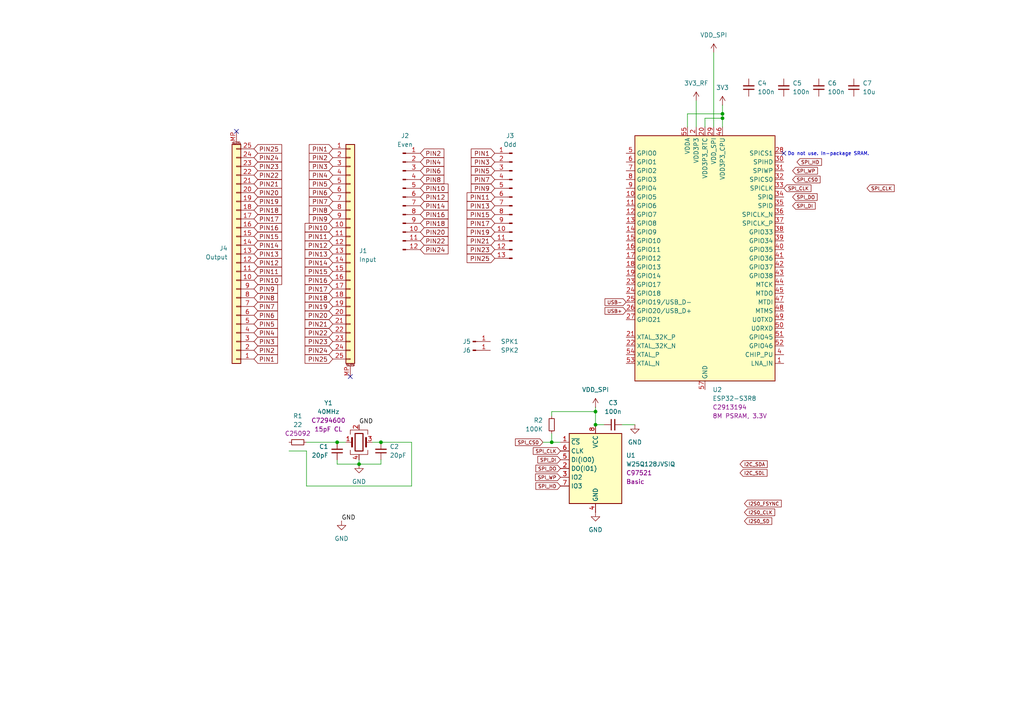
<source format=kicad_sch>
(kicad_sch (version 20231120) (generator "eeschema") (generator_version "8.0")
  (paper "A4")
  (lib_symbols
    (symbol "Connector:Conn_01x01_Pin" (pin_names (offset 1.016) hide)
      (property "Reference" "J" (at 0 2.54 0))
      (property "Value" "Conn_01x01_Pin" (at 0 -2.54 0))
      (symbol "Conn_01x01_Pin_1_1"
        (polyline (pts (xy 1.27 0) (xy 0.8636 0)) (stroke (width 0.1524)))
        (rectangle (start 0.8636 0.127) (end 0 -0.127) (stroke (width 0.1524)) (fill (type outline)))
        (pin passive line (at 5.08 0 180) (length 3.81) (name "Pin_1") (number "1"))
      )
    )
    (symbol "Connector:Conn_01x12_Pin" (pin_names (offset 1.016) hide)
      (property "Reference" "J" (at 0 15.24 0))
      (property "Value" "Conn_01x12_Pin" (at 0 -17.78 0))
      (symbol "Conn_01x12_Pin_1_1"
        (polyline (pts (xy 1.27 -15.24) (xy 0.8636 -15.24)) (stroke (width 0.1524)))
        (polyline (pts (xy 1.27 -12.7) (xy 0.8636 -12.7)) (stroke (width 0.1524)))
        (polyline (pts (xy 1.27 -10.16) (xy 0.8636 -10.16)) (stroke (width 0.1524)))
        (polyline (pts (xy 1.27 -7.62) (xy 0.8636 -7.62)) (stroke (width 0.1524)))
        (polyline (pts (xy 1.27 -5.08) (xy 0.8636 -5.08)) (stroke (width 0.1524)))
        (polyline (pts (xy 1.27 -2.54) (xy 0.8636 -2.54)) (stroke (width 0.1524)))
        (polyline (pts (xy 1.27 0) (xy 0.8636 0)) (stroke (width 0.1524)))
        (polyline (pts (xy 1.27 2.54) (xy 0.8636 2.54)) (stroke (width 0.1524)))
        (polyline (pts (xy 1.27 5.08) (xy 0.8636 5.08)) (stroke (width 0.1524)))
        (polyline (pts (xy 1.27 7.62) (xy 0.8636 7.62)) (stroke (width 0.1524)))
        (polyline (pts (xy 1.27 10.16) (xy 0.8636 10.16)) (stroke (width 0.1524)))
        (polyline (pts (xy 1.27 12.7) (xy 0.8636 12.7)) (stroke (width 0.1524)))
        (rectangle (start 0.8636 -15.113) (end 0 -15.367) (stroke (width 0.1524)) (fill (type outline)))
        (rectangle (start 0.8636 -12.573) (end 0 -12.827) (stroke (width 0.1524)) (fill (type outline)))
        (rectangle (start 0.8636 -10.033) (end 0 -10.287) (stroke (width 0.1524)) (fill (type outline)))
        (rectangle (start 0.8636 -7.493) (end 0 -7.747) (stroke (width 0.1524)) (fill (type outline)))
        (rectangle (start 0.8636 -4.953) (end 0 -5.207) (stroke (width 0.1524)) (fill (type outline)))
        (rectangle (start 0.8636 -2.413) (end 0 -2.667) (stroke (width 0.1524)) (fill (type outline)))
        (rectangle (start 0.8636 0.127) (end 0 -0.127) (stroke (width 0.1524)) (fill (type outline)))
        (rectangle (start 0.8636 2.667) (end 0 2.413) (stroke (width 0.1524)) (fill (type outline)))
        (rectangle (start 0.8636 5.207) (end 0 4.953) (stroke (width 0.1524)) (fill (type outline)))
        (rectangle (start 0.8636 7.747) (end 0 7.493) (stroke (width 0.1524)) (fill (type outline)))
        (rectangle (start 0.8636 10.287) (end 0 10.033) (stroke (width 0.1524)) (fill (type outline)))
        (rectangle (start 0.8636 12.827) (end 0 12.573) (stroke (width 0.1524)) (fill (type outline)))
        (pin passive line (at 5.08 12.7 180) (length 3.81) (name "Pin_1") (number "1"))
        (pin passive line (at 5.08 -10.16 180) (length 3.81) (name "Pin_10") (number "10"))
        (pin passive line (at 5.08 -12.7 180) (length 3.81) (name "Pin_11") (number "11"))
        (pin passive line (at 5.08 -15.24 180) (length 3.81) (name "Pin_12") (number "12"))
        (pin passive line (at 5.08 10.16 180) (length 3.81) (name "Pin_2") (number "2"))
        (pin passive line (at 5.08 7.62 180) (length 3.81) (name "Pin_3") (number "3"))
        (pin passive line (at 5.08 5.08 180) (length 3.81) (name "Pin_4") (number "4"))
        (pin passive line (at 5.08 2.54 180) (length 3.81) (name "Pin_5") (number "5"))
        (pin passive line (at 5.08 0 180) (length 3.81) (name "Pin_6") (number "6"))
        (pin passive line (at 5.08 -2.54 180) (length 3.81) (name "Pin_7") (number "7"))
        (pin passive line (at 5.08 -5.08 180) (length 3.81) (name "Pin_8") (number "8"))
        (pin passive line (at 5.08 -7.62 180) (length 3.81) (name "Pin_9") (number "9"))
      )
    )
    (symbol "Connector:Conn_01x13_Pin" (pin_names (offset 1.016) hide)
      (property "Reference" "J" (at 0 17.78 0))
      (property "Value" "Conn_01x13_Pin" (at 0 -17.78 0))
      (symbol "Conn_01x13_Pin_1_1"
        (polyline (pts (xy 1.27 -15.24) (xy 0.8636 -15.24)) (stroke (width 0.1524)))
        (polyline (pts (xy 1.27 -12.7) (xy 0.8636 -12.7)) (stroke (width 0.1524)))
        (polyline (pts (xy 1.27 -10.16) (xy 0.8636 -10.16)) (stroke (width 0.1524)))
        (polyline (pts (xy 1.27 -7.62) (xy 0.8636 -7.62)) (stroke (width 0.1524)))
        (polyline (pts (xy 1.27 -5.08) (xy 0.8636 -5.08)) (stroke (width 0.1524)))
        (polyline (pts (xy 1.27 -2.54) (xy 0.8636 -2.54)) (stroke (width 0.1524)))
        (polyline (pts (xy 1.27 0) (xy 0.8636 0)) (stroke (width 0.1524)))
        (polyline (pts (xy 1.27 2.54) (xy 0.8636 2.54)) (stroke (width 0.1524)))
        (polyline (pts (xy 1.27 5.08) (xy 0.8636 5.08)) (stroke (width 0.1524)))
        (polyline (pts (xy 1.27 7.62) (xy 0.8636 7.62)) (stroke (width 0.1524)))
        (polyline (pts (xy 1.27 10.16) (xy 0.8636 10.16)) (stroke (width 0.1524)))
        (polyline (pts (xy 1.27 12.7) (xy 0.8636 12.7)) (stroke (width 0.1524)))
        (polyline (pts (xy 1.27 15.24) (xy 0.8636 15.24)) (stroke (width 0.1524)))
        (rectangle (start 0.8636 -15.113) (end 0 -15.367) (stroke (width 0.1524)) (fill (type outline)))
        (rectangle (start 0.8636 -12.573) (end 0 -12.827) (stroke (width 0.1524)) (fill (type outline)))
        (rectangle (start 0.8636 -10.033) (end 0 -10.287) (stroke (width 0.1524)) (fill (type outline)))
        (rectangle (start 0.8636 -7.493) (end 0 -7.747) (stroke (width 0.1524)) (fill (type outline)))
        (rectangle (start 0.8636 -4.953) (end 0 -5.207) (stroke (width 0.1524)) (fill (type outline)))
        (rectangle (start 0.8636 -2.413) (end 0 -2.667) (stroke (width 0.1524)) (fill (type outline)))
        (rectangle (start 0.8636 0.127) (end 0 -0.127) (stroke (width 0.1524)) (fill (type outline)))
        (rectangle (start 0.8636 2.667) (end 0 2.413) (stroke (width 0.1524)) (fill (type outline)))
        (rectangle (start 0.8636 5.207) (end 0 4.953) (stroke (width 0.1524)) (fill (type outline)))
        (rectangle (start 0.8636 7.747) (end 0 7.493) (stroke (width 0.1524)) (fill (type outline)))
        (rectangle (start 0.8636 10.287) (end 0 10.033) (stroke (width 0.1524)) (fill (type outline)))
        (rectangle (start 0.8636 12.827) (end 0 12.573) (stroke (width 0.1524)) (fill (type outline)))
        (rectangle (start 0.8636 15.367) (end 0 15.113) (stroke (width 0.1524)) (fill (type outline)))
        (pin passive line (at 5.08 15.24 180) (length 3.81) (name "Pin_1") (number "1"))
        (pin passive line (at 5.08 -7.62 180) (length 3.81) (name "Pin_10") (number "10"))
        (pin passive line (at 5.08 -10.16 180) (length 3.81) (name "Pin_11") (number "11"))
        (pin passive line (at 5.08 -12.7 180) (length 3.81) (name "Pin_12") (number "12"))
        (pin passive line (at 5.08 -15.24 180) (length 3.81) (name "Pin_13") (number "13"))
        (pin passive line (at 5.08 12.7 180) (length 3.81) (name "Pin_2") (number "2"))
        (pin passive line (at 5.08 10.16 180) (length 3.81) (name "Pin_3") (number "3"))
        (pin passive line (at 5.08 7.62 180) (length 3.81) (name "Pin_4") (number "4"))
        (pin passive line (at 5.08 5.08 180) (length 3.81) (name "Pin_5") (number "5"))
        (pin passive line (at 5.08 2.54 180) (length 3.81) (name "Pin_6") (number "6"))
        (pin passive line (at 5.08 0 180) (length 3.81) (name "Pin_7") (number "7"))
        (pin passive line (at 5.08 -2.54 180) (length 3.81) (name "Pin_8") (number "8"))
        (pin passive line (at 5.08 -5.08 180) (length 3.81) (name "Pin_9") (number "9"))
      )
    )
    (symbol "Connector_Generic_MountingPin:Conn_01x25_MountingPin" (pin_names (offset 1.016) hide)
      (property "Reference" "J" (at 0 33.02 0))
      (property "Value" "Conn_01x25_MountingPin" (at 1.27 -33.02 0))
      (symbol "Conn_01x25_MountingPin_1_1"
        (rectangle (start -1.27 -30.353) (end 0 -30.607) (stroke (width 0.1524)))
        (rectangle (start -1.27 -27.813) (end 0 -28.067) (stroke (width 0.1524)))
        (rectangle (start -1.27 -25.273) (end 0 -25.527) (stroke (width 0.1524)))
        (rectangle (start -1.27 -22.733) (end 0 -22.987) (stroke (width 0.1524)))
        (rectangle (start -1.27 -20.193) (end 0 -20.447) (stroke (width 0.1524)))
        (rectangle (start -1.27 -17.653) (end 0 -17.907) (stroke (width 0.1524)))
        (rectangle (start -1.27 -15.113) (end 0 -15.367) (stroke (width 0.1524)))
        (rectangle (start -1.27 -12.573) (end 0 -12.827) (stroke (width 0.1524)))
        (rectangle (start -1.27 -10.033) (end 0 -10.287) (stroke (width 0.1524)))
        (rectangle (start -1.27 -7.493) (end 0 -7.747) (stroke (width 0.1524)))
        (rectangle (start -1.27 -4.953) (end 0 -5.207) (stroke (width 0.1524)))
        (rectangle (start -1.27 -2.413) (end 0 -2.667) (stroke (width 0.1524)))
        (rectangle (start -1.27 0.127) (end 0 -0.127) (stroke (width 0.1524)))
        (rectangle (start -1.27 2.667) (end 0 2.413) (stroke (width 0.1524)))
        (rectangle (start -1.27 5.207) (end 0 4.953) (stroke (width 0.1524)))
        (rectangle (start -1.27 7.747) (end 0 7.493) (stroke (width 0.1524)))
        (rectangle (start -1.27 10.287) (end 0 10.033) (stroke (width 0.1524)))
        (rectangle (start -1.27 12.827) (end 0 12.573) (stroke (width 0.1524)))
        (rectangle (start -1.27 15.367) (end 0 15.113) (stroke (width 0.1524)))
        (rectangle (start -1.27 17.907) (end 0 17.653) (stroke (width 0.1524)))
        (rectangle (start -1.27 20.447) (end 0 20.193) (stroke (width 0.1524)))
        (rectangle (start -1.27 22.987) (end 0 22.733) (stroke (width 0.1524)))
        (rectangle (start -1.27 25.527) (end 0 25.273) (stroke (width 0.1524)))
        (rectangle (start -1.27 28.067) (end 0 27.813) (stroke (width 0.1524)))
        (rectangle (start -1.27 30.607) (end 0 30.353) (stroke (width 0.1524)))
        (rectangle (start -1.27 31.75) (end 1.27 -31.75) (stroke (width 0.254)) (fill (type background)))
        (polyline (pts (xy -1.016 -32.512) (xy 1.016 -32.512)) (stroke (width 0.1524)))
        (text "Mounting" (at 0 -32.131 0) (effects (font (size 0.381 0.381))))
        (pin passive line (at -5.08 30.48 0) (length 3.81) (name "Pin_1") (number "1"))
        (pin passive line (at -5.08 7.62 0) (length 3.81) (name "Pin_10") (number "10"))
        (pin passive line (at -5.08 5.08 0) (length 3.81) (name "Pin_11") (number "11"))
        (pin passive line (at -5.08 2.54 0) (length 3.81) (name "Pin_12") (number "12"))
        (pin passive line (at -5.08 0 0) (length 3.81) (name "Pin_13") (number "13"))
        (pin passive line (at -5.08 -2.54 0) (length 3.81) (name "Pin_14") (number "14"))
        (pin passive line (at -5.08 -5.08 0) (length 3.81) (name "Pin_15") (number "15"))
        (pin passive line (at -5.08 -7.62 0) (length 3.81) (name "Pin_16") (number "16"))
        (pin passive line (at -5.08 -10.16 0) (length 3.81) (name "Pin_17") (number "17"))
        (pin passive line (at -5.08 -12.7 0) (length 3.81) (name "Pin_18") (number "18"))
        (pin passive line (at -5.08 -15.24 0) (length 3.81) (name "Pin_19") (number "19"))
        (pin passive line (at -5.08 27.94 0) (length 3.81) (name "Pin_2") (number "2"))
        (pin passive line (at -5.08 -17.78 0) (length 3.81) (name "Pin_20") (number "20"))
        (pin passive line (at -5.08 -20.32 0) (length 3.81) (name "Pin_21") (number "21"))
        (pin passive line (at -5.08 -22.86 0) (length 3.81) (name "Pin_22") (number "22"))
        (pin passive line (at -5.08 -25.4 0) (length 3.81) (name "Pin_23") (number "23"))
        (pin passive line (at -5.08 -27.94 0) (length 3.81) (name "Pin_24") (number "24"))
        (pin passive line (at -5.08 -30.48 0) (length 3.81) (name "Pin_25") (number "25"))
        (pin passive line (at -5.08 25.4 0) (length 3.81) (name "Pin_3") (number "3"))
        (pin passive line (at -5.08 22.86 0) (length 3.81) (name "Pin_4") (number "4"))
        (pin passive line (at -5.08 20.32 0) (length 3.81) (name "Pin_5") (number "5"))
        (pin passive line (at -5.08 17.78 0) (length 3.81) (name "Pin_6") (number "6"))
        (pin passive line (at -5.08 15.24 0) (length 3.81) (name "Pin_7") (number "7"))
        (pin passive line (at -5.08 12.7 0) (length 3.81) (name "Pin_8") (number "8"))
        (pin passive line (at -5.08 10.16 0) (length 3.81) (name "Pin_9") (number "9"))
        (pin passive line (at 0 -35.56 90) (length 3.048) (name "MountPin") (number "MP"))
      )
    )
    (symbol "Device:C_Small" (pin_numbers hide) (pin_names (offset 0.254) hide)
      (property "Reference" "C" (at 0.254 1.778 0))
      (property "Value" "C_Small" (at 0.254 -2.032 0))
      (symbol "C_Small_0_1"
        (polyline (pts (xy -1.524 -0.508) (xy 1.524 -0.508)) (stroke (width 0.3302)))
        (polyline (pts (xy -1.524 0.508) (xy 1.524 0.508)) (stroke (width 0.3048)))
      )
      (symbol "C_Small_1_1"
        (pin passive line (at 0 2.54 270) (length 2.032) (name "~") (number "1"))
        (pin passive line (at 0 -2.54 90) (length 2.032) (name "~") (number "2"))
      )
    )
    (symbol "Device:Crystal_GND24" (pin_names (offset 1.016) hide)
      (property "Reference" "Y" (at 3.175 5.08 0))
      (property "Value" "Crystal_GND24" (at 3.175 3.175 0))
      (symbol "Crystal_GND24_0_1"
        (rectangle (start -1.143 2.54) (end 1.143 -2.54) (stroke (width 0.3048)))
        (polyline (pts (xy -2.54 0) (xy -2.032 0)))
        (polyline (pts (xy -2.032 -1.27) (xy -2.032 1.27)) (stroke (width 0.508)))
        (polyline (pts (xy 0 -3.81) (xy 0 -3.556)))
        (polyline (pts (xy 0 3.556) (xy 0 3.81)))
        (polyline (pts (xy 2.032 -1.27) (xy 2.032 1.27)) (stroke (width 0.508)))
        (polyline (pts (xy 2.032 0) (xy 2.54 0)))
        (polyline (pts (xy -2.54 -2.286) (xy -2.54 -3.556) (xy 2.54 -3.556) (xy 2.54 -2.286)))
        (polyline (pts (xy -2.54 2.286) (xy -2.54 3.556) (xy 2.54 3.556) (xy 2.54 2.286)))
      )
      (symbol "Crystal_GND24_1_1"
        (pin passive line (at -3.81 0 0) (length 1.27) (name "1") (number "1"))
        (pin passive line (at 0 5.08 270) (length 1.27) (name "2") (number "2"))
        (pin passive line (at 3.81 0 180) (length 1.27) (name "3") (number "3"))
        (pin passive line (at 0 -5.08 90) (length 1.27) (name "4") (number "4"))
      )
    )
    (symbol "Device:R_Small" (pin_numbers hide) (pin_names (offset 0.254) hide)
      (property "Reference" "R" (at 0.762 0.508 0))
      (property "Value" "R_Small" (at 0.762 -1.016 0))
      (symbol "R_Small_0_1"
        (rectangle (start -0.762 1.778) (end 0.762 -1.778) (stroke (width 0.2032)))
      )
      (symbol "R_Small_1_1"
        (pin passive line (at 0 2.54 270) (length 0.762) (name "~") (number "1"))
        (pin passive line (at 0 -2.54 90) (length 0.762) (name "~") (number "2"))
      )
    )
    (symbol "MCU_Espressif:ESP32-S3"
      (property "Reference" "U" (at 10.16 -38.1 0))
      (property "Value" "ESP32-S3" (at 13.97 -40.64 0))
      (symbol "ESP32-S3_0_1"
        (rectangle (start -20.32 35.56) (end 20.32 -35.56) (stroke (width 0.254)) (fill (type background)))
      )
      (symbol "ESP32-S3_1_0"
        (pin bidirectional line (at 22.86 12.7 180) (length 2.54) (name "SPICLK_N") (number "36"))
        (pin bidirectional line (at 22.86 -10.16 180) (length 2.54) (name "MTDO") (number "45"))
        (pin bidirectional line (at 22.86 -22.86 180) (length 2.54) (name "GPIO45") (number "51"))
        (pin passive line (at -5.08 38.1 270) (length 2.54) hide (name "VDDA") (number "56"))
      )
      (symbol "ESP32-S3_1_1"
        (pin bidirectional line (at 22.86 -30.48 180) (length 2.54) (name "LNA_IN") (number "1"))
        (pin bidirectional line (at -22.86 17.78 0) (length 2.54) (name "GPIO5") (number "10"))
        (pin bidirectional line (at -22.86 15.24 0) (length 2.54) (name "GPIO6") (number "11"))
        (pin bidirectional line (at -22.86 12.7 0) (length 2.54) (name "GPIO7") (number "12"))
        (pin bidirectional line (at -22.86 10.16 0) (length 2.54) (name "GPIO8") (number "13"))
        (pin bidirectional line (at -22.86 7.62 0) (length 2.54) (name "GPIO9") (number "14"))
        (pin bidirectional line (at -22.86 5.08 0) (length 2.54) (name "GPIO10") (number "15"))
        (pin bidirectional line (at -22.86 2.54 0) (length 2.54) (name "GPIO11") (number "16"))
        (pin bidirectional line (at -22.86 0 0) (length 2.54) (name "GPIO12") (number "17"))
        (pin bidirectional line (at -22.86 -2.54 0) (length 2.54) (name "GPIO13") (number "18"))
        (pin bidirectional line (at -22.86 -5.08 0) (length 2.54) (name "GPIO14") (number "19"))
        (pin power_in line (at -2.54 38.1 270) (length 2.54) (name "VDD3P3") (number "2"))
        (pin power_in line (at 0 38.1 270) (length 2.54) (name "VDD3P3_RTC") (number "20"))
        (pin passive line (at -22.86 -22.86 0) (length 2.54) (name "XTAL_32K_P") (number "21"))
        (pin passive line (at -22.86 -25.4 0) (length 2.54) (name "XTAL_32K_N") (number "22"))
        (pin bidirectional line (at -22.86 -7.62 0) (length 2.54) (name "GPIO17") (number "23"))
        (pin bidirectional line (at -22.86 -10.16 0) (length 2.54) (name "GPIO18") (number "24"))
        (pin bidirectional line (at -22.86 -12.7 0) (length 2.54) (name "GPIO19/USB_D-") (number "25"))
        (pin bidirectional line (at -22.86 -15.24 0) (length 2.54) (name "GPIO20/USB_D+") (number "26"))
        (pin bidirectional line (at -22.86 -17.78 0) (length 2.54) (name "GPIO21") (number "27"))
        (pin bidirectional line (at 22.86 30.48 180) (length 2.54) (name "SPICS1") (number "28"))
        (pin power_in line (at 2.54 38.1 270) (length 2.54) (name "VDD_SPI") (number "29"))
        (pin passive line (at -2.54 38.1 270) (length 2.54) hide (name "VDD3P3") (number "3"))
        (pin bidirectional line (at 22.86 27.94 180) (length 2.54) (name "SPIHD") (number "30"))
        (pin bidirectional line (at 22.86 25.4 180) (length 2.54) (name "SPIWP") (number "31"))
        (pin bidirectional line (at 22.86 22.86 180) (length 2.54) (name "SPICS0") (number "32"))
        (pin bidirectional line (at 22.86 20.32 180) (length 2.54) (name "SPICLK") (number "33"))
        (pin bidirectional line (at 22.86 17.78 180) (length 2.54) (name "SPIQ") (number "34"))
        (pin bidirectional line (at 22.86 15.24 180) (length 2.54) (name "SPID") (number "35"))
        (pin bidirectional line (at 22.86 10.16 180) (length 2.54) (name "SPICLK_P") (number "37"))
        (pin bidirectional line (at 22.86 7.62 180) (length 2.54) (name "GPIO33") (number "38"))
        (pin bidirectional line (at 22.86 5.08 180) (length 2.54) (name "GPIO34") (number "39"))
        (pin input line (at 22.86 -27.94 180) (length 2.54) (name "CHIP_PU") (number "4"))
        (pin bidirectional line (at 22.86 2.54 180) (length 2.54) (name "GPIO35") (number "40"))
        (pin bidirectional line (at 22.86 0 180) (length 2.54) (name "GPIO36") (number "41"))
        (pin bidirectional line (at 22.86 -2.54 180) (length 2.54) (name "GPIO37") (number "42"))
        (pin bidirectional line (at 22.86 -5.08 180) (length 2.54) (name "GPIO38") (number "43"))
        (pin bidirectional line (at 22.86 -7.62 180) (length 2.54) (name "MTCK") (number "44"))
        (pin power_in line (at 5.08 38.1 270) (length 2.54) (name "VDD3P3_CPU") (number "46"))
        (pin bidirectional line (at 22.86 -12.7 180) (length 2.54) (name "MTDI") (number "47"))
        (pin bidirectional line (at 22.86 -15.24 180) (length 2.54) (name "MTMS") (number "48"))
        (pin bidirectional line (at 22.86 -17.78 180) (length 2.54) (name "U0TXD") (number "49"))
        (pin bidirectional line (at -22.86 30.48 0) (length 2.54) (name "GPIO0") (number "5"))
        (pin bidirectional line (at 22.86 -20.32 180) (length 2.54) (name "U0RXD") (number "50"))
        (pin bidirectional line (at 22.86 -25.4 180) (length 2.54) (name "GPIO46") (number "52"))
        (pin output line (at -22.86 -30.48 0) (length 2.54) (name "XTAL_N") (number "53"))
        (pin input line (at -22.86 -27.94 0) (length 2.54) (name "XTAL_P") (number "54"))
        (pin power_in line (at -5.08 38.1 270) (length 2.54) (name "VDDA") (number "55"))
        (pin power_in line (at 0 -38.1 90) (length 2.54) (name "GND") (number "57"))
        (pin bidirectional line (at -22.86 27.94 0) (length 2.54) (name "GPIO1") (number "6"))
        (pin bidirectional line (at -22.86 25.4 0) (length 2.54) (name "GPIO2") (number "7"))
        (pin bidirectional line (at -22.86 22.86 0) (length 2.54) (name "GPIO3") (number "8"))
        (pin bidirectional line (at -22.86 20.32 0) (length 2.54) (name "GPIO4") (number "9"))
      )
    )
    (symbol "Memory_Flash:W25Q128JVS"
      (property "Reference" "U" (at -8.89 8.89 0))
      (property "Value" "W25Q128JVS" (at 7.62 8.89 0))
      (symbol "W25Q128JVS_0_1"
        (rectangle (start -7.62 10.16) (end 7.62 -10.16) (stroke (width 0.254)) (fill (type background)))
      )
      (symbol "W25Q128JVS_1_1"
        (pin input line (at -10.16 7.62 0) (length 2.54) (name "~{CS}") (number "1"))
        (pin bidirectional line (at -10.16 0 0) (length 2.54) (name "DO(IO1)") (number "2"))
        (pin bidirectional line (at -10.16 -2.54 0) (length 2.54) (name "IO2") (number "3"))
        (pin power_in line (at 0 -12.7 90) (length 2.54) (name "GND") (number "4"))
        (pin bidirectional line (at -10.16 2.54 0) (length 2.54) (name "DI(IO0)") (number "5"))
        (pin input line (at -10.16 5.08 0) (length 2.54) (name "CLK") (number "6"))
        (pin bidirectional line (at -10.16 -5.08 0) (length 2.54) (name "IO3") (number "7"))
        (pin power_in line (at 0 12.7 270) (length 2.54) (name "VCC") (number "8"))
      )
    )
    (symbol "power:GND" (power) (pin_numbers hide) (pin_names (offset 0) hide)
      (property "Value" "GND" (at 0 -3.81 0))
      (symbol "GND_0_1"
        (polyline (pts (xy 0 0) (xy 0 -1.27) (xy 1.27 -1.27) (xy 0 -2.54) (xy -1.27 -1.27) (xy 0 -1.27)))
      )
      (symbol "GND_1_1"
        (pin power_in line (at 0 0 270) (length 0) (name "~") (number "1"))
      )
    )
    (symbol "power:VDD" (power) (pin_numbers hide) (pin_names (offset 0) hide)
      (property "Value" "VDD" (at 0 3.556 0))
      (symbol "VDD_0_1"
        (polyline (pts (xy -0.762 1.27) (xy 0 2.54)))
        (polyline (pts (xy 0 0) (xy 0 2.54)))
        (polyline (pts (xy 0 2.54) (xy 0.762 1.27)))
      )
      (symbol "VDD_1_1"
        (pin power_in line (at 0 0 90) (length 0) (name "~") (number "1"))
      )
    )
  )
  (junction (at 104.14 134.62))
  (junction (at 209.55 33.02))
  (junction (at 209.55 34.29))
  (junction (at 97.79 128.27))
  (junction (at 172.72 119.38))
  (junction (at 160.02 128.27))
  (junction (at 110.49 128.27))
  (junction (at 172.72 123.19))
  (no_connect (at 227.33 44.45))
  (no_connect (at 101.6 109.22))
  (no_connect (at 68.58 38.1))
  (wire (pts (xy 160.02 119.38) (xy 160.02 120.65)))
  (wire (pts (xy 160.02 125.73) (xy 160.02 128.27)))
  (wire (pts (xy 97.79 134.62) (xy 104.14 134.62)))
  (wire (pts (xy 209.55 33.02) (xy 209.55 34.29)))
  (wire (pts (xy 172.72 119.38) (xy 172.72 123.19)))
  (wire (pts (xy 119.38 140.97) (xy 88.9 140.97)))
  (wire (pts (xy 110.49 128.27) (xy 119.38 128.27)))
  (wire (pts (xy 180.34 123.19) (xy 184.15 123.19)))
  (wire (pts (xy 104.14 134.62) (xy 110.49 134.62)))
  (wire (pts (xy 160.02 128.27) (xy 162.56 128.27)))
  (wire (pts (xy 204.47 34.29) (xy 209.55 34.29)))
  (wire (pts (xy 97.79 133.35) (xy 97.79 134.62)))
  (wire (pts (xy 107.95 128.27) (xy 110.49 128.27)))
  (wire (pts (xy 160.02 119.38) (xy 172.72 119.38)))
  (wire (pts (xy 201.93 29.21) (xy 201.93 36.83)))
  (wire (pts (xy 207.01 15.24) (xy 207.01 36.83)))
  (wire (pts (xy 88.9 140.97) (xy 88.9 130.81)))
  (wire (pts (xy 172.72 123.19) (xy 175.26 123.19)))
  (wire (pts (xy 199.39 33.02) (xy 209.55 33.02)))
  (wire (pts (xy 209.55 30.48) (xy 209.55 33.02)))
  (wire (pts (xy 172.72 118.11) (xy 172.72 119.38)))
  (wire (pts (xy 104.14 133.35) (xy 104.14 134.62)))
  (wire (pts (xy 88.9 128.27) (xy 97.79 128.27)))
  (wire (pts (xy 204.47 36.83) (xy 204.47 34.29)))
  (wire (pts (xy 97.79 128.27) (xy 100.33 128.27)))
  (wire (pts (xy 83.82 130.81) (xy 88.9 130.81)))
  (wire (pts (xy 199.39 36.83) (xy 199.39 33.02)))
  (wire (pts (xy 110.49 133.35) (xy 110.49 134.62)))
  (wire (pts (xy 119.38 128.27) (xy 119.38 140.97)))
  (wire (pts (xy 209.55 34.29) (xy 209.55 36.83)))
  (wire (pts (xy 157.48 128.27) (xy 160.02 128.27)))
  (text "Do not use. In-package SRAM." (at 240.284 44.704 0) (effects (font (size 1 1))))
  (label "GND" (at 104.14 123.19 0))
  (label "GND" (at 99.06 151.13 0))
  (global_label "PIN9" (shape input) (at 96.52 63.5 180) (property "Intersheetrefs" "${INTERSHEET_REFS}" (effects (hide yes))))
  (global_label "PIN11" (shape input) (at 143.51 57.15 180) (property "Intersheetrefs" "${INTERSHEET_REFS}" (effects (hide yes))))
  (global_label "PIN25" (shape input) (at 73.66 43.18 0) (property "Intersheetrefs" "${INTERSHEET_REFS}" (effects (hide yes))))
  (global_label "PIN8" (shape input) (at 121.92 52.07 0) (property "Intersheetrefs" "${INTERSHEET_REFS}" (effects (hide yes))))
  (global_label "SPI_HD" (shape input) (at 162.56 140.97 180) (effects (font (size 1 1))) (property "Intersheetrefs" "${INTERSHEET_REFS}" (effects (hide yes))))
  (global_label "PIN14" (shape input) (at 121.92 59.69 0) (property "Intersheetrefs" "${INTERSHEET_REFS}" (effects (hide yes))))
  (global_label "PIN7" (shape input) (at 73.66 88.9 0) (property "Intersheetrefs" "${INTERSHEET_REFS}" (effects (hide yes))))
  (global_label "PIN11" (shape input) (at 73.66 78.74 0) (property "Intersheetrefs" "${INTERSHEET_REFS}" (effects (hide yes))))
  (global_label "PIN24" (shape input) (at 96.52 101.6 180) (property "Intersheetrefs" "${INTERSHEET_REFS}" (effects (hide yes))))
  (global_label "PIN5" (shape input) (at 96.52 53.34 180) (property "Intersheetrefs" "${INTERSHEET_REFS}" (effects (hide yes))))
  (global_label "PIN11" (shape input) (at 96.52 68.58 180) (property "Intersheetrefs" "${INTERSHEET_REFS}" (effects (hide yes))))
  (global_label "PIN10" (shape input) (at 121.92 54.61 0) (property "Intersheetrefs" "${INTERSHEET_REFS}" (effects (hide yes))))
  (global_label "PIN16" (shape input) (at 121.92 62.23 0) (property "Intersheetrefs" "${INTERSHEET_REFS}" (effects (hide yes))))
  (global_label "PIN18" (shape input) (at 121.92 64.77 0) (property "Intersheetrefs" "${INTERSHEET_REFS}" (effects (hide yes))))
  (global_label "PIN14" (shape input) (at 96.52 76.2 180) (property "Intersheetrefs" "${INTERSHEET_REFS}" (effects (hide yes))))
  (global_label "PIN5" (shape input) (at 143.51 49.53 180) (property "Intersheetrefs" "${INTERSHEET_REFS}" (effects (hide yes))))
  (global_label "PIN3" (shape input) (at 96.52 48.26 180) (property "Intersheetrefs" "${INTERSHEET_REFS}" (effects (hide yes))))
  (global_label "PIN20" (shape input) (at 121.92 67.31 0) (property "Intersheetrefs" "${INTERSHEET_REFS}" (effects (hide yes))))
  (global_label "SPI_DI" (shape input) (at 162.56 133.35 180) (effects (font (size 1 1))) (property "Intersheetrefs" "${INTERSHEET_REFS}" (effects (hide yes))))
  (global_label "PIN23" (shape input) (at 143.51 72.39 180) (property "Intersheetrefs" "${INTERSHEET_REFS}" (effects (hide yes))))
  (global_label "PIN12" (shape input) (at 96.52 71.12 180) (property "Intersheetrefs" "${INTERSHEET_REFS}" (effects (hide yes))))
  (global_label "PIN8" (shape input) (at 73.66 86.36 0) (property "Intersheetrefs" "${INTERSHEET_REFS}" (effects (hide yes))))
  (global_label "SPI_HD" (shape input) (at 231.14 46.99 0) (effects (font (size 1 1))) (property "Intersheetrefs" "${INTERSHEET_REFS}" (effects (hide yes))))
  (global_label "PIN13" (shape input) (at 73.66 73.66 0) (property "Intersheetrefs" "${INTERSHEET_REFS}" (effects (hide yes))))
  (global_label "SPI_WP" (shape input) (at 162.56 138.43 180) (effects (font (size 1 1))) (property "Intersheetrefs" "${INTERSHEET_REFS}" (effects (hide yes))))
  (global_label "I2C_SDA" (shape input) (at 214.63 134.62 0) (effects (font (size 1 1))) (property "Intersheetrefs" "${INTERSHEET_REFS}" (effects (hide yes))))
  (global_label "PIN21" (shape input) (at 96.52 93.98 180) (property "Intersheetrefs" "${INTERSHEET_REFS}" (effects (hide yes))))
  (global_label "PIN15" (shape input) (at 73.66 68.58 0) (property "Intersheetrefs" "${INTERSHEET_REFS}" (effects (hide yes))))
  (global_label "PIN8" (shape input) (at 96.52 60.96 180) (property "Intersheetrefs" "${INTERSHEET_REFS}" (effects (hide yes))))
  (global_label "PIN7" (shape input) (at 96.52 58.42 180) (property "Intersheetrefs" "${INTERSHEET_REFS}" (effects (hide yes))))
  (global_label "SPI_CLK" (shape input) (at 162.56 130.81 180) (effects (font (size 1 1))) (property "Intersheetrefs" "${INTERSHEET_REFS}" (effects (hide yes))))
  (global_label "PIN4" (shape input) (at 121.92 46.99 0) (property "Intersheetrefs" "${INTERSHEET_REFS}" (effects (hide yes))))
  (global_label "PIN6" (shape input) (at 121.92 49.53 0) (property "Intersheetrefs" "${INTERSHEET_REFS}" (effects (hide yes))))
  (global_label "I2C_SDL" (shape input) (at 214.63 137.16 0) (effects (font (size 1 1))) (property "Intersheetrefs" "${INTERSHEET_REFS}" (effects (hide yes))))
  (global_label "I2S0_CLK" (shape input) (at 215.9 148.59 0) (effects (font (size 1 1))) (property "Intersheetrefs" "${INTERSHEET_REFS}" (effects (hide yes))))
  (global_label "PIN20" (shape input) (at 96.52 91.44 180) (property "Intersheetrefs" "${INTERSHEET_REFS}" (effects (hide yes))))
  (global_label "PIN2" (shape input) (at 73.66 101.6 0) (property "Intersheetrefs" "${INTERSHEET_REFS}" (effects (hide yes))))
  (global_label "PIN4" (shape input) (at 73.66 96.52 0) (property "Intersheetrefs" "${INTERSHEET_REFS}" (effects (hide yes))))
  (global_label "PIN25" (shape input) (at 143.51 74.93 180) (property "Intersheetrefs" "${INTERSHEET_REFS}" (effects (hide yes))))
  (global_label "PIN6" (shape input) (at 96.52 55.88 180) (property "Intersheetrefs" "${INTERSHEET_REFS}" (effects (hide yes))))
  (global_label "PIN7" (shape input) (at 143.51 52.07 180) (property "Intersheetrefs" "${INTERSHEET_REFS}" (effects (hide yes))))
  (global_label "I2S0_SD" (shape input) (at 215.9 151.13 0) (effects (font (size 1 1))) (property "Intersheetrefs" "${INTERSHEET_REFS}" (effects (hide yes))))
  (global_label "PIN4" (shape input) (at 96.52 50.8 180) (property "Intersheetrefs" "${INTERSHEET_REFS}" (effects (hide yes))))
  (global_label "PIN17" (shape input) (at 73.66 63.5 0) (property "Intersheetrefs" "${INTERSHEET_REFS}" (effects (hide yes))))
  (global_label "PIN20" (shape input) (at 73.66 55.88 0) (property "Intersheetrefs" "${INTERSHEET_REFS}" (effects (hide yes))))
  (global_label "PIN24" (shape input) (at 73.66 45.72 0) (property "Intersheetrefs" "${INTERSHEET_REFS}" (effects (hide yes))))
  (global_label "PIN6" (shape input) (at 73.66 91.44 0) (property "Intersheetrefs" "${INTERSHEET_REFS}" (effects (hide yes))))
  (global_label "PIN23" (shape input) (at 96.52 99.06 180) (property "Intersheetrefs" "${INTERSHEET_REFS}" (effects (hide yes))))
  (global_label "PIN12" (shape input) (at 121.92 57.15 0) (property "Intersheetrefs" "${INTERSHEET_REFS}" (effects (hide yes))))
  (global_label "PIN21" (shape input) (at 73.66 53.34 0) (property "Intersheetrefs" "${INTERSHEET_REFS}" (effects (hide yes))))
  (global_label "PIN2" (shape input) (at 121.92 44.45 0) (property "Intersheetrefs" "${INTERSHEET_REFS}" (effects (hide yes))))
  (global_label "PIN16" (shape input) (at 73.66 66.04 0) (property "Intersheetrefs" "${INTERSHEET_REFS}" (effects (hide yes))))
  (global_label "PIN2" (shape input) (at 96.52 45.72 180) (property "Intersheetrefs" "${INTERSHEET_REFS}" (effects (hide yes))))
  (global_label "PIN19" (shape input) (at 96.52 88.9 180) (property "Intersheetrefs" "${INTERSHEET_REFS}" (effects (hide yes))))
  (global_label "I2S0_FSYNC" (shape input) (at 215.9 146.05 0) (effects (font (size 1 1))) (property "Intersheetrefs" "${INTERSHEET_REFS}" (effects (hide yes))))
  (global_label "SPI_DI" (shape input) (at 229.87 59.69 0) (effects (font (size 1 1))) (property "Intersheetrefs" "${INTERSHEET_REFS}" (effects (hide yes))))
  (global_label "PIN23" (shape input) (at 73.66 48.26 0) (property "Intersheetrefs" "${INTERSHEET_REFS}" (effects (hide yes))))
  (global_label "SPI_CS0" (shape input) (at 157.48 128.27 180) (effects (font (size 1 1))) (property "Intersheetrefs" "${INTERSHEET_REFS}" (effects (hide yes))))
  (global_label "PIN19" (shape input) (at 143.51 67.31 180) (property "Intersheetrefs" "${INTERSHEET_REFS}" (effects (hide yes))))
  (global_label "USB+" (shape input) (at 181.61 90.17 180) (effects (font (size 1 1))) (property "Intersheetrefs" "${INTERSHEET_REFS}" (effects (hide yes))))
  (global_label "PIN16" (shape input) (at 96.52 81.28 180) (property "Intersheetrefs" "${INTERSHEET_REFS}" (effects (hide yes))))
  (global_label "PIN5" (shape input) (at 73.66 93.98 0) (property "Intersheetrefs" "${INTERSHEET_REFS}" (effects (hide yes))))
  (global_label "SPI_DO" (shape input) (at 229.87 57.15 0) (effects (font (size 1 1))) (property "Intersheetrefs" "${INTERSHEET_REFS}" (effects (hide yes))))
  (global_label "SPI_CLK" (shape input) (at 227.33 54.61 0) (effects (font (size 1 1))) (property "Intersheetrefs" "${INTERSHEET_REFS}" (effects (hide yes))))
  (global_label "PIN10" (shape input) (at 96.52 66.04 180) (property "Intersheetrefs" "${INTERSHEET_REFS}" (effects (hide yes))))
  (global_label "PIN25" (shape input) (at 96.52 104.14 180) (property "Intersheetrefs" "${INTERSHEET_REFS}" (effects (hide yes))))
  (global_label "PIN17" (shape input) (at 96.52 83.82 180) (property "Intersheetrefs" "${INTERSHEET_REFS}" (effects (hide yes))))
  (global_label "PIN1" (shape input) (at 73.66 104.14 0) (property "Intersheetrefs" "${INTERSHEET_REFS}" (effects (hide yes))))
  (global_label "PIN22" (shape input) (at 73.66 50.8 0) (property "Intersheetrefs" "${INTERSHEET_REFS}" (effects (hide yes))))
  (global_label "USB-" (shape input) (at 181.61 87.63 180) (effects (font (size 1 1))) (property "Intersheetrefs" "${INTERSHEET_REFS}" (effects (hide yes))))
  (global_label "SPI_WP" (shape input) (at 229.87 49.53 0) (effects (font (size 1 1))) (property "Intersheetrefs" "${INTERSHEET_REFS}" (effects (hide yes))))
  (global_label "SPI_DO" (shape input) (at 162.56 135.89 180) (effects (font (size 1 1))) (property "Intersheetrefs" "${INTERSHEET_REFS}" (effects (hide yes))))
  (global_label "PIN12" (shape input) (at 73.66 76.2 0) (property "Intersheetrefs" "${INTERSHEET_REFS}" (effects (hide yes))))
  (global_label "PIN22" (shape input) (at 96.52 96.52 180) (property "Intersheetrefs" "${INTERSHEET_REFS}" (effects (hide yes))))
  (global_label "PIN24" (shape input) (at 121.92 72.39 0) (property "Intersheetrefs" "${INTERSHEET_REFS}" (effects (hide yes))))
  (global_label "PIN1" (shape input) (at 143.51 44.45 180) (property "Intersheetrefs" "${INTERSHEET_REFS}" (effects (hide yes))))
  (global_label "PIN9" (shape input) (at 73.66 83.82 0) (property "Intersheetrefs" "${INTERSHEET_REFS}" (effects (hide yes))))
  (global_label "PIN18" (shape input) (at 96.52 86.36 180) (property "Intersheetrefs" "${INTERSHEET_REFS}" (effects (hide yes))))
  (global_label "PIN13" (shape input) (at 143.51 59.69 180) (property "Intersheetrefs" "${INTERSHEET_REFS}" (effects (hide yes))))
  (global_label "SPI_CLK" (shape input) (at 251.46 54.61 0) (effects (font (size 1 1))) (property "Intersheetrefs" "${INTERSHEET_REFS}" (effects (hide yes))))
  (global_label "PIN15" (shape input) (at 143.51 62.23 180) (property "Intersheetrefs" "${INTERSHEET_REFS}" (effects (hide yes))))
  (global_label "PIN3" (shape input) (at 143.51 46.99 180) (property "Intersheetrefs" "${INTERSHEET_REFS}" (effects (hide yes))))
  (global_label "PIN3" (shape input) (at 73.66 99.06 0) (property "Intersheetrefs" "${INTERSHEET_REFS}" (effects (hide yes))))
  (global_label "PIN14" (shape input) (at 73.66 71.12 0) (property "Intersheetrefs" "${INTERSHEET_REFS}" (effects (hide yes))))
  (global_label "PIN1" (shape input) (at 96.52 43.18 180) (property "Intersheetrefs" "${INTERSHEET_REFS}" (effects (hide yes))))
  (global_label "PIN22" (shape input) (at 121.92 69.85 0) (property "Intersheetrefs" "${INTERSHEET_REFS}" (effects (hide yes))))
  (global_label "SPI_CS0" (shape input) (at 229.87 52.07 0) (effects (font (size 1 1))) (property "Intersheetrefs" "${INTERSHEET_REFS}" (effects (hide yes))))
  (global_label "PIN9" (shape input) (at 143.51 54.61 180) (property "Intersheetrefs" "${INTERSHEET_REFS}" (effects (hide yes))))
  (global_label "PIN15" (shape input) (at 96.52 78.74 180) (property "Intersheetrefs" "${INTERSHEET_REFS}" (effects (hide yes))))
  (global_label "PIN10" (shape input) (at 73.66 81.28 0) (property "Intersheetrefs" "${INTERSHEET_REFS}" (effects (hide yes))))
  (global_label "PIN18" (shape input) (at 73.66 60.96 0) (property "Intersheetrefs" "${INTERSHEET_REFS}" (effects (hide yes))))
  (global_label "PIN21" (shape input) (at 143.51 69.85 180) (property "Intersheetrefs" "${INTERSHEET_REFS}" (effects (hide yes))))
  (global_label "PIN17" (shape input) (at 143.51 64.77 180) (property "Intersheetrefs" "${INTERSHEET_REFS}" (effects (hide yes))))
  (global_label "PIN13" (shape input) (at 96.52 73.66 180) (property "Intersheetrefs" "${INTERSHEET_REFS}" (effects (hide yes))))
  (global_label "PIN19" (shape input) (at 73.66 58.42 0) (property "Intersheetrefs" "${INTERSHEET_REFS}" (effects (hide yes))))
  (symbol (lib_id "Device:C_Small") (at 110.49 130.81 180) (unit 1)
    (property "Reference" "C2" (at 113.03 129.5335 0) (effects (justify right)))
    (property "Value" "20pF" (at 113.03 132.0735 0) (effects (justify right)))
    (property "Footprint" "Capacitor_SMD:C_0402_1005Metric" (effects (hide yes)))
    (property "Description" "Unpolarized capacitor, small symbol" (effects (hide yes)))
    (property "LCSC" "C1554" (effects (hide yes)))
  )
  (symbol (lib_id "Connector:Conn_01x01_Pin") (at 137.16 101.6 0) (unit 1)
    (property "Reference" "J6" (at 135.382 101.6 0))
    (property "Value" "SPK2" (at 147.828 101.6 0))
    (property "Footprint" "alexa:SF2212" (effects (hide yes)))
    (property "Description" "Generic connector, single row, 01x01, script generated" (effects (hide yes)))
  )
  (symbol (lib_id "Memory_Flash:W25Q128JVS") (at 172.72 135.89 0) (unit 1)
    (property "Reference" "U1" (at 181.61 132.0799 0) (effects (justify left)))
    (property "Value" "W25Q128JVSIQ" (at 181.61 134.6199 0) (effects (justify left)))
    (property "Footprint" "Package_SO:SOIC-8_5.23x5.23mm_P1.27mm" (effects (hide yes)))
    (property "Datasheet" "http://www.winbond.com/resource-files/w25q128jv_dtr%20revc%2003272018%20plus.pdf" (effects (hide yes)))
    (property "Description" "128Mb Serial Flash Memory, Standard/Dual/Quad SPI, SOIC-8" (effects (hide yes)))
    (property "LCSC" "C97521" (at 181.61 137.1599 0) (effects (justify left)))
    (property "Notes" "Basic" (at 181.61 139.6999 0) (effects (justify left)))
  )
  (symbol (lib_id "Device:C_Small") (at 227.33 25.4 180) (unit 1)
    (property "Reference" "C5" (at 229.87 24.1235 0) (effects (justify right)))
    (property "Value" "100n" (at 229.87 26.6635 0) (effects (justify right)))
    (property "Description" "Unpolarized capacitor, small symbol" (effects (hide yes)))
  )
  (symbol (lib_id "MCU_Espressif:ESP32-S3") (at 204.47 74.93 0) (unit 1)
    (property "Reference" "U2" (at 206.6641 113.03 0) (effects (justify left)))
    (property "Value" "ESP32-S3R8" (at 206.6641 115.57 0) (effects (justify left)))
    (property "Footprint" "Package_DFN_QFN:QFN-56-1EP_7x7mm_P0.4mm_EP4x4mm" (effects (hide yes)))
    (property "Datasheet" "https://www.espressif.com/sites/default/files/documentation/esp32-s3_datasheet_en.pdf" (effects (hide yes)))
    (property "Description" "Microcontroller, Wi-Fi 802.11b/g/n, Bluetooth, 32bit" (effects (hide yes)))
    (property "LCSC" "C2913194" (at 206.6641 118.11 0) (effects (justify left)))
    (property "Notes" "8M PSRAM, 3.3V" (at 206.6641 120.65 0) (effects (justify left)))
  )
  (symbol (lib_id "power:VDD") (at 172.72 118.11 0) (unit 1)
    (property "Reference" "#PWR07" (effects (hide yes)))
    (property "Value" "VDD_SPI" (at 172.72 113.03 0))
    (property "Description" "Power symbol creates a global label with name \"VDD\"" (effects (hide yes)))
  )
  (symbol (lib_id "Device:R_Small") (at 160.02 123.19 0) (mirror x) (unit 1)
    (property "Reference" "R2" (at 157.48 121.9199 0) (effects (justify right)))
    (property "Value" "100K" (at 157.48 124.4599 0) (effects (justify right)))
    (property "Description" "Resistor, small symbol" (effects (hide yes)))
  )
  (symbol (lib_id "Connector:Conn_01x01_Pin") (at 137.16 99.06 0) (unit 1)
    (property "Reference" "J5" (at 135.382 99.06 0))
    (property "Value" "SPK1" (at 147.828 99.06 0))
    (property "Footprint" "alexa:SF2212" (effects (hide yes)))
    (property "Description" "Generic connector, single row, 01x01, script generated" (effects (hide yes)))
  )
  (symbol (lib_id "power:VDD") (at 201.93 29.21 0) (unit 1)
    (property "Reference" "#PWR08" (effects (hide yes)))
    (property "Value" "3V3_RF" (at 201.93 24.13 0))
    (property "Description" "Power symbol creates a global label with name \"VDD\"" (effects (hide yes)))
  )
  (symbol (lib_id "power:GND") (at 172.72 148.59 0) (unit 1)
    (property "Reference" "#PWR01" (effects (hide yes)))
    (property "Value" "GND" (at 172.72 153.67 0))
    (property "Description" "Power symbol creates a global label with name \"GND\" , ground" (effects (hide yes)))
  )
  (symbol (lib_id "Device:C_Small") (at 237.49 25.4 180) (unit 1)
    (property "Reference" "C6" (at 240.03 24.1235 0) (effects (justify right)))
    (property "Value" "100n" (at 240.03 26.6635 0) (effects (justify right)))
    (property "Description" "Unpolarized capacitor, small symbol" (effects (hide yes)))
  )
  (symbol (lib_id "Connector:Conn_01x13_Pin") (at 148.59 59.69 0) (mirror y) (unit 1)
    (property "Reference" "J3" (at 147.955 39.37 0))
    (property "Value" "Odd" (at 147.955 41.91 0))
    (property "Footprint" "Connector_PinHeader_2.54mm:PinHeader_1x13_P2.54mm_Vertical" (effects (hide yes)))
    (property "Description" "Generic connector, single row, 01x13, script generated" (effects (hide yes)))
  )
  (symbol (lib_id "Device:R_Small") (at 86.36 128.27 90) (unit 1)
    (property "Reference" "R1" (at 86.36 120.65 90))
    (property "Value" "22" (at 86.36 123.19 90))
    (property "Footprint" "Resistor_SMD:R_0402_1005Metric" (effects (hide yes)))
    (property "Description" "Resistor, small symbol" (effects (hide yes)))
    (property "LCSC" "C25092" (at 86.36 125.73 90))
  )
  (symbol (lib_id "Device:Crystal_GND24") (at 104.14 128.27 0) (unit 1)
    (property "Reference" "Y1" (at 95.25 116.8714 0))
    (property "Value" "40MHz" (at 95.25 119.4114 0))
    (property "Footprint" "Crystal:Crystal_SMD_3225-4Pin_3.2x2.5mm" (effects (hide yes)))
    (property "Description" "Four pin crystal, GND on pins 2 and 4" (effects (hide yes)))
    (property "LCSC" "C7294600" (at 95.25 121.9514 0))
    (property "Notes" "15pF CL" (at 95.25 124.4914 0))
  )
  (symbol (lib_id "Device:C_Small") (at 97.79 130.81 180) (unit 1)
    (property "Reference" "C1" (at 95.25 129.5335 0) (effects (justify left)))
    (property "Value" "20pF" (at 95.25 132.0735 0) (effects (justify left)))
    (property "Footprint" "Capacitor_SMD:C_0402_1005Metric" (effects (hide yes)))
    (property "Description" "Unpolarized capacitor, small symbol" (effects (hide yes)))
    (property "LCSC" "C1554" (effects (hide yes)))
  )
  (symbol (lib_id "Device:C_Small") (at 247.65 25.4 180) (unit 1)
    (property "Reference" "C7" (at 250.19 24.1235 0) (effects (justify right)))
    (property "Value" "10u" (at 250.19 26.6635 0) (effects (justify right)))
    (property "Description" "Unpolarized capacitor, small symbol" (effects (hide yes)))
  )
  (symbol (lib_id "Device:C_Small") (at 177.8 123.19 90) (unit 1)
    (property "Reference" "C3" (at 177.8063 116.84 90))
    (property "Value" "100n" (at 177.8063 119.38 90))
    (property "Description" "Unpolarized capacitor, small symbol" (effects (hide yes)))
  )
  (symbol (lib_id "Connector_Generic_MountingPin:Conn_01x25_MountingPin") (at 68.58 73.66 180) (unit 1)
    (property "Reference" "J4" (at 66.04 72.0343 0) (effects (justify left)))
    (property "Value" "Output" (at 66.04 74.5743 0) (effects (justify left)))
    (property "Footprint" "alexa:CONN_502598-2593_MOLEX" (effects (hide yes)))
    (property "Description" "Generic connectable mounting pin connector, single row, 01x25, script generated (kicad-library-utils/schlib/autogen/connector/)" (effects (hide yes)))
  )
  (symbol (lib_id "power:GND") (at 184.15 123.19 0) (unit 1)
    (property "Reference" "#PWR05" (effects (hide yes)))
    (property "Value" "GND" (at 184.15 128.27 0))
    (property "Description" "Power symbol creates a global label with name \"GND\" , ground" (effects (hide yes)))
  )
  (symbol (lib_id "power:VDD") (at 209.55 30.48 0) (unit 1)
    (property "Reference" "#PWR06" (effects (hide yes)))
    (property "Value" "3V3" (at 209.55 25.4 0))
    (property "Description" "Power symbol creates a global label with name \"VDD\"" (effects (hide yes)))
  )
  (symbol (lib_id "power:VDD") (at 207.01 15.24 0) (unit 1)
    (property "Reference" "#PWR04" (effects (hide yes)))
    (property "Value" "VDD_SPI" (at 207.01 10.16 0))
    (property "Description" "Power symbol creates a global label with name \"VDD\"" (effects (hide yes)))
  )
  (symbol (lib_id "power:GND") (at 104.14 134.62 0) (unit 1)
    (property "Reference" "#PWR03" (effects (hide yes)))
    (property "Value" "GND" (at 104.14 139.7 0))
    (property "Description" "Power symbol creates a global label with name \"GND\" , ground" (effects (hide yes)))
  )
  (symbol (lib_id "Connector_Generic_MountingPin:Conn_01x25_MountingPin") (at 101.6 73.66 0) (unit 1)
    (property "Reference" "J1" (at 104.14 72.7455 0) (effects (justify left)))
    (property "Value" "Input" (at 104.14 75.2855 0) (effects (justify left)))
    (property "Footprint" "alexa:CONN_502598-2593_MOLEX" (effects (hide yes)))
    (property "Description" "Generic connectable mounting pin connector, single row, 01x25, script generated (kicad-library-utils/schlib/autogen/connector/)" (effects (hide yes)))
  )
  (symbol (lib_id "Connector:Conn_01x12_Pin") (at 116.84 57.15 0) (unit 1)
    (property "Reference" "J2" (at 117.475 39.37 0))
    (property "Value" "Even" (at 117.475 41.91 0))
    (property "Footprint" "Connector_PinHeader_2.54mm:PinHeader_1x12_P2.54mm_Vertical" (effects (hide yes)))
    (property "Description" "Generic connector, single row, 01x12, script generated" (effects (hide yes)))
  )
  (symbol (lib_id "Device:C_Small") (at 217.17 25.4 180) (unit 1)
    (property "Reference" "C4" (at 219.71 24.1235 0) (effects (justify right)))
    (property "Value" "100n" (at 219.71 26.6635 0) (effects (justify right)))
    (property "Description" "Unpolarized capacitor, small symbol" (effects (hide yes)))
  )
  (symbol (lib_id "power:GND") (at 99.06 151.13 0) (unit 1)
    (property "Reference" "#PWR02" (effects (hide yes)))
    (property "Value" "GND" (at 99.06 156.21 0))
    (property "Description" "Power symbol creates a global label with name \"GND\" , ground" (effects (hide yes)))
  )
)
</source>
